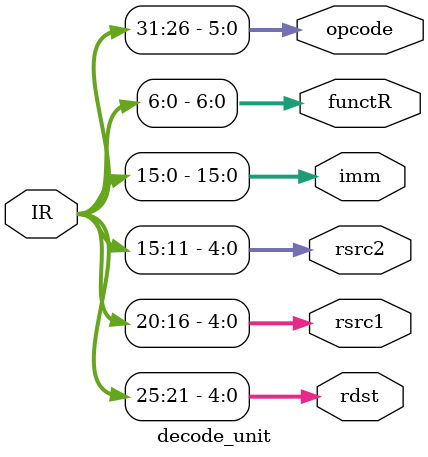
<source format=v>
module decode_unit(
    input wire [31:0] IR,
    output wire [4:0] rdst,
    output wire [4:0] rsrc1,
    output wire [4:0] rsrc2,
    output wire [15:0] imm,
    output wire [6:0] functR,
    output wire [5:0] opcode
);
    assign opcode  = IR[31:26];
    assign rdst    = IR[25:21];
    assign rsrc1   = IR[20:16];
    assign rsrc2   = IR[15:11];
    assign imm     = IR[15:0];
    assign functR  = IR[6:0];
endmodule

// This module should be instantiated in processor.v and used to select registers and immediates for ALU and control.

</source>
